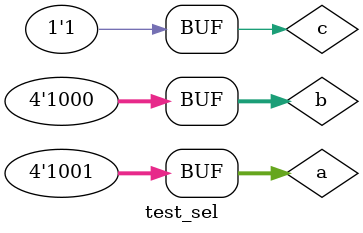
<source format=v>
 
module sel(output [3:0]saida_and, output [3:0]saida_or, output [7:0]saida, output [3:0]s,
 			  output [0:0]saida_not, input [3:0]entrada01, input [3:0]entrada02, input [0:0]chave);
	//---AND
	and AND1(saida_and[0], entrada01[0], entrada02[0]);
	and AND2(saida_and[1], entrada01[1], entrada02[1]);
	and AND3(saida_and[2], entrada01[2], entrada02[2]);
	and AND4(saida_and[3], entrada01[3], entrada02[3]);
	//---OR
	or OR1(saida_or[3], entrada01[3], entrada02[3]);
	or OR2(saida_or[2], entrada01[2], entrada02[2]);
	or OR3(saida_or[1], entrada01[1], entrada02[1]);
	or OR4(saida_or[0], entrada01[0], entrada02[0]); 
	//---AND
	and AND5(saida[0], saida_and[0], chave[0]);
	and AND6(saida[1], saida_and[1], chave[0]);
	and AND7(saida[2], saida_and[2], chave[0]);
	and AND8(saida[3], saida_and[3], chave[0]);
	//---NOT	 
	not NOT1(saida_not[0], chave[0]);
	//---AND 
	and AND9(saida[4], saida_or[0], saida_not[0]);
	and AND10(saida[5], saida_or[1], saida_not[0]);
	and AND11(saida[6], saida_or[2], saida_not[0]);
	and AND12(saida[7], saida_or[3], saida_not[0]);
	//---OR 
	or OR5(s[3], saida[3], saida[7]);
	or OR6(s[2], saida[2], saida[6]);
	or OR7(s[1], saida[1], saida[5]);
	or OR8(s[0], saida[0], saida[4]); 
endmodule //--sel

// ------------------------- 
// -- test f4
// -------------------------
module test_sel;

	reg  [3:0] a;
	reg  [3:0] b;
	reg  [0:0] c;
	 
	wire [3:0] d;
	wire [3:0] e;
	wire [7:0] f;
	wire [3:0] g;
	wire [0:0] h;

	sel modulo (d, e, f, g, h, a, b, c);

	initial begin:main
		$display("Exemplo0032 - João Henrique Mendes de Oliveira - 392734");
		$display("Test LU's module:\n");
		#1 a = 4'b0101; b = 4'b1010; c = 0;
		$monitor("Chave = %1b\n a = %4b  b = %4b  output ==> %4b\n", c, a, b, g);
		#1 a = 4'b0101; b = 4'b1010; c = 1;		
		#1 a = 4'b1111; b = 4'b0000; c = 0;
		#1 a = 4'b1111; b = 4'b0000; c = 1;		
		#1 a = 4'b1001; b = 4'b1000; c = 0;
		#1 a = 4'b1001; b = 4'b1000; c = 1;
	 end //--main
endmodule //--test_f4
</source>
